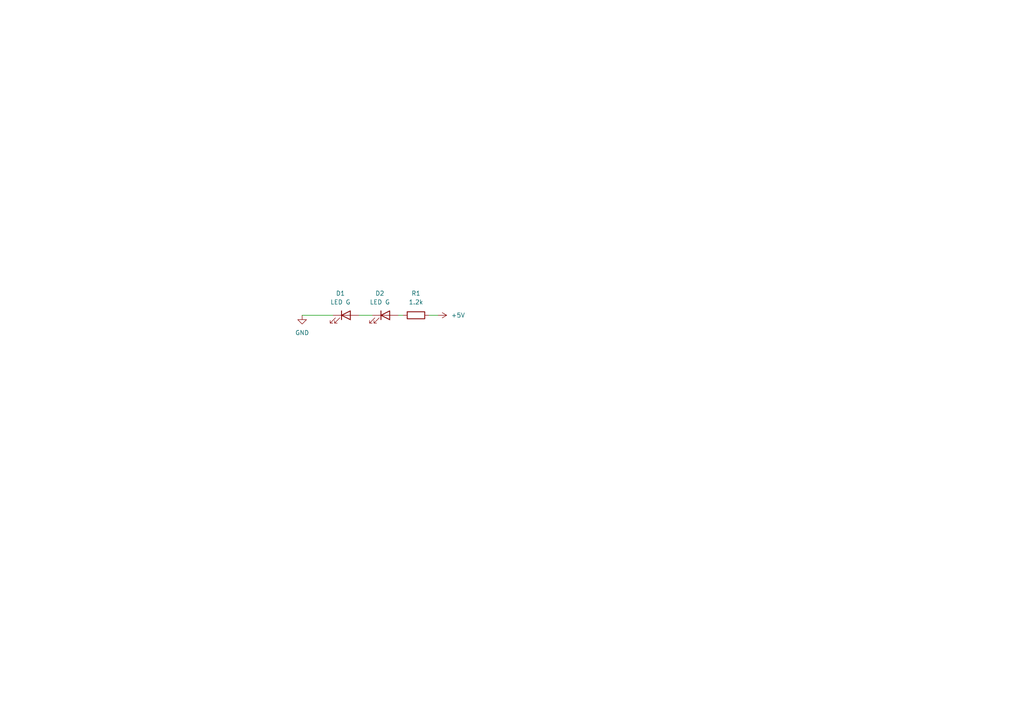
<source format=kicad_sch>
(kicad_sch (version 20230121) (generator eeschema)
  (paper "A4")
  (lib_symbols
    (symbol "Device:LED" (pin_numbers hide) (pin_names (offset 1.016) hide)
      (property "Reference" "D" (at 0 2.54 0))
      (property "Value" "LED" (at 0 -2.54 0))
      (symbol "LED_0_1"
        (polyline (pts (xy -1.27 -1.27) (xy -1.27 1.27)) (stroke (width 0.254)))
        (polyline (pts (xy -1.27 0) (xy 1.27 0)))
        (polyline (pts (xy 1.27 -1.27) (xy 1.27 1.27) (xy -1.27 0) (xy 1.27 -1.27)) (stroke (width 0.254)))
        (polyline (pts (xy -3.048 -0.762) (xy -4.572 -2.286) (xy -3.81 -2.286) (xy -4.572 -2.286) (xy -4.572 -1.524)))
        (polyline (pts (xy -1.778 -0.762) (xy -3.302 -2.286) (xy -2.54 -2.286) (xy -3.302 -2.286) (xy -3.302 -1.524)))
      )
      (symbol "LED_1_1"
        (pin passive line (at -3.81 0 0) (length 2.54) (name "K") (number "1"))
        (pin passive line (at 3.81 0 180) (length 2.54) (name "A") (number "2"))
      )
    )
    (symbol "Device:R" (pin_numbers hide) (pin_names (offset 0))
      (property "Reference" "R" (at 2.032 0 90))
      (property "Value" "R" (at 0 0 90))
      (symbol "R_0_1"
        (rectangle (start -1.016 -2.54) (end 1.016 2.54) (stroke (width 0.254)))
      )
      (symbol "R_1_1"
        (pin passive line (at 0 3.81 270) (length 1.27) (name "~") (number "1"))
        (pin passive line (at 0 -3.81 90) (length 1.27) (name "~") (number "2"))
      )
    )
    (symbol "power:+5V" (power) (pin_names (offset 0))
      (property "Value" "+5V" (at 0 3.556 0))
      (symbol "+5V_0_1"
        (polyline (pts (xy -0.762 1.27) (xy 0 2.54)))
        (polyline (pts (xy 0 0) (xy 0 2.54)))
        (polyline (pts (xy 0 2.54) (xy 0.762 1.27)))
      )
      (symbol "+5V_1_1"
        (pin power_in line (at 0 0 90) (length 0) hide (name "+5V") (number "1"))
      )
    )
    (symbol "power:GND" (power) (pin_names (offset 0))
      (property "Value" "GND" (at 0 -3.81 0))
      (symbol "GND_0_1"
        (polyline (pts (xy 0 0) (xy 0 -1.27) (xy 1.27 -1.27) (xy 0 -2.54) (xy -1.27 -1.27) (xy 0 -1.27)))
      )
      (symbol "GND_1_1"
        (pin power_in line (at 0 0 270) (length 0) hide (name "GND") (number "1"))
      )
    )
  )
  (wire (pts (xy 104.14 91.44) (xy 107.95 91.44)))
  (wire (pts (xy 115.57 91.44) (xy 116.84 91.44)))
  (wire (pts (xy 87.63 91.44) (xy 96.52 91.44)))
  (wire (pts (xy 124.46 91.44) (xy 127 91.44)))
  (symbol (lib_id "Device:R") (at 120.65 91.44 90) (unit 1)
    (property "Reference" "R1" (at 120.65 85.09 90))
    (property "Value" "1.2k" (at 120.65 87.63 90))
    (property "Footprint" "Resistor_THT:R_Axial_DIN0207_L6.3mm_D2.5mm_P7.62mm_Horizontal" (effects hide))
  )
  (symbol (lib_id "Device:LED") (at 111.76 91.44 0) (unit 1)
    (property "Reference" "D2" (at 110.1725 85.09 0))
    (property "Value" "LED G" (at 110.1725 87.63 0))
    (property "Footprint" "LED_THT:LED_D3.0mm" (effects hide))
  )
  (symbol (lib_id "power:GND") (at 87.63 91.44 0) (unit 1)
    (property "Reference" "#PWR01" (effects hide))
    (property "Value" "GND" (at 87.63 96.52 0))
  )
  (symbol (lib_id "Device:LED") (at 100.33 91.44 0) (unit 1)
    (property "Reference" "D1" (at 98.7425 85.09 0))
    (property "Value" "LED G" (at 98.7425 87.63 0))
    (property "Footprint" "LED_THT:LED_D3.0mm" (effects hide))
  )
  (symbol (lib_id "power:+5V") (at 127 91.44 270) (unit 1)
    (property "Reference" "#PWR02" (effects hide))
    (property "Value" "+5V" (at 130.81 91.44 90) (effects (justify left)))
  )
)
</source>
